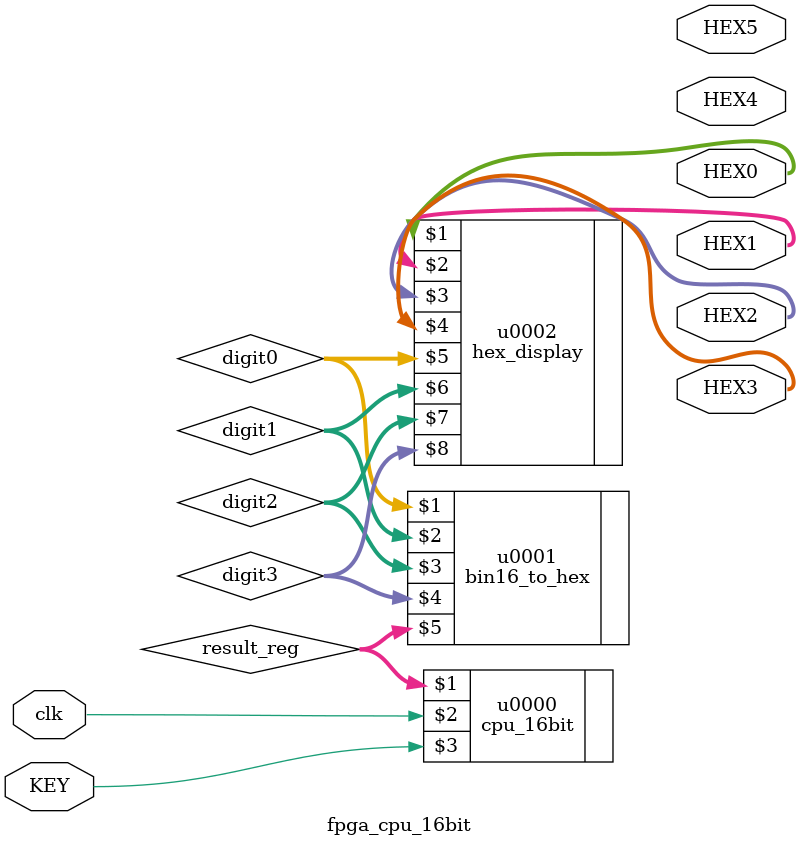
<source format=v>
module fpga_cpu_16bit (
    output [6:0] HEX0, HEX1, HEX2, HEX3, HEX4, HEX5,
    input KEY, clk //whenever KEY[0] is pushed, the cpu will reset
    );

    wire [15:0] result_reg;
    wire negative;
    wire [3:0] digit0, digit1, digit2, digit3;

    cpu_16bit u0000(result_reg, clk, KEY);
    bin16_to_hex u0001(
        digit0, digit1, digit2, digit3,
        result_reg
    );
    hex_display u0002(
        HEX0, HEX1, HEX2, HEX3,
        digit0, digit1, digit2, digit3
    );

endmodule

</source>
